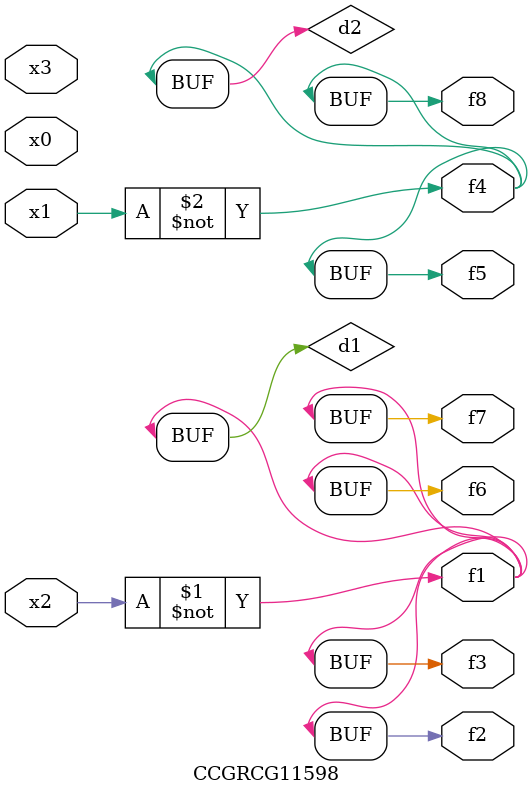
<source format=v>
module CCGRCG11598(
	input x0, x1, x2, x3,
	output f1, f2, f3, f4, f5, f6, f7, f8
);

	wire d1, d2;

	xnor (d1, x2);
	not (d2, x1);
	assign f1 = d1;
	assign f2 = d1;
	assign f3 = d1;
	assign f4 = d2;
	assign f5 = d2;
	assign f6 = d1;
	assign f7 = d1;
	assign f8 = d2;
endmodule

</source>
